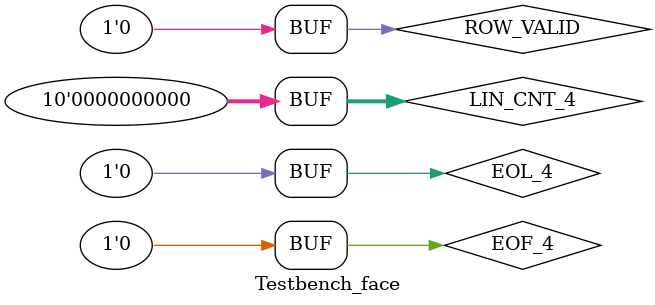
<source format=v>
`timescale 1ns / 1ps


module Testbench_face();

    reg         EOF_4;
    reg         EOL_4;
    reg [9:0]   LIN_CNT_4;
    reg         ROW_VALID;
    
    initial
    begin
        EOF_4 = 0;
        EOL_4 = 0;
        LIN_CNT_4 = 0;
        ROW_VALID = 0;
    end

endmodule

</source>
